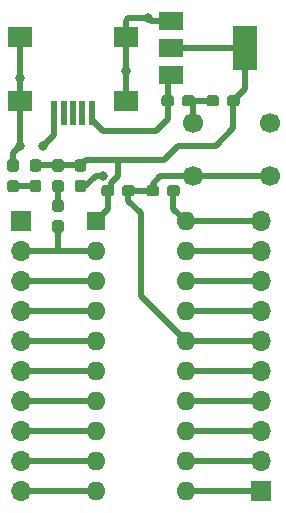
<source format=gbr>
G04 #@! TF.GenerationSoftware,KiCad,Pcbnew,(5.0.0)*
G04 #@! TF.CreationDate,2019-03-11T23:44:19-04:00*
G04 #@! TF.ProjectId,1-Hour-Board,312D486F75722D426F6172642E6B6963,rev?*
G04 #@! TF.SameCoordinates,Original*
G04 #@! TF.FileFunction,Copper,L1,Top,Signal*
G04 #@! TF.FilePolarity,Positive*
%FSLAX46Y46*%
G04 Gerber Fmt 4.6, Leading zero omitted, Abs format (unit mm)*
G04 Created by KiCad (PCBNEW (5.0.0)) date 03/11/19 23:44:19*
%MOMM*%
%LPD*%
G01*
G04 APERTURE LIST*
G04 #@! TA.AperFunction,ComponentPad*
%ADD10C,1.700000*%
G04 #@! TD*
G04 #@! TA.AperFunction,Conductor*
%ADD11C,0.100000*%
G04 #@! TD*
G04 #@! TA.AperFunction,SMDPad,CuDef*
%ADD12C,0.950000*%
G04 #@! TD*
G04 #@! TA.AperFunction,ComponentPad*
%ADD13R,1.700000X1.700000*%
G04 #@! TD*
G04 #@! TA.AperFunction,ComponentPad*
%ADD14O,1.700000X1.700000*%
G04 #@! TD*
G04 #@! TA.AperFunction,SMDPad,CuDef*
%ADD15R,0.500000X2.000000*%
G04 #@! TD*
G04 #@! TA.AperFunction,SMDPad,CuDef*
%ADD16R,2.000000X1.700000*%
G04 #@! TD*
G04 #@! TA.AperFunction,ComponentPad*
%ADD17R,1.600000X1.600000*%
G04 #@! TD*
G04 #@! TA.AperFunction,ComponentPad*
%ADD18O,1.600000X1.600000*%
G04 #@! TD*
G04 #@! TA.AperFunction,SMDPad,CuDef*
%ADD19R,2.000000X3.800000*%
G04 #@! TD*
G04 #@! TA.AperFunction,SMDPad,CuDef*
%ADD20R,2.000000X1.500000*%
G04 #@! TD*
G04 #@! TA.AperFunction,ViaPad*
%ADD21C,0.800000*%
G04 #@! TD*
G04 #@! TA.AperFunction,Conductor*
%ADD22C,0.508000*%
G04 #@! TD*
G04 APERTURE END LIST*
D10*
G04 #@! TO.P,SW1,1*
G04 #@! TO.N,GND*
X116205000Y-93345000D03*
X122705000Y-93345000D03*
G04 #@! TO.P,SW1,2*
G04 #@! TO.N,/~RST*
X116205000Y-97845000D03*
X122705000Y-97845000D03*
G04 #@! TD*
D11*
G04 #@! TO.N,+3V3*
G04 #@! TO.C,C1*
G36*
X106940779Y-96391144D02*
X106963834Y-96394563D01*
X106986443Y-96400227D01*
X107008387Y-96408079D01*
X107029457Y-96418044D01*
X107049448Y-96430026D01*
X107068168Y-96443910D01*
X107085438Y-96459562D01*
X107101090Y-96476832D01*
X107114974Y-96495552D01*
X107126956Y-96515543D01*
X107136921Y-96536613D01*
X107144773Y-96558557D01*
X107150437Y-96581166D01*
X107153856Y-96604221D01*
X107155000Y-96627500D01*
X107155000Y-97202500D01*
X107153856Y-97225779D01*
X107150437Y-97248834D01*
X107144773Y-97271443D01*
X107136921Y-97293387D01*
X107126956Y-97314457D01*
X107114974Y-97334448D01*
X107101090Y-97353168D01*
X107085438Y-97370438D01*
X107068168Y-97386090D01*
X107049448Y-97399974D01*
X107029457Y-97411956D01*
X107008387Y-97421921D01*
X106986443Y-97429773D01*
X106963834Y-97435437D01*
X106940779Y-97438856D01*
X106917500Y-97440000D01*
X106442500Y-97440000D01*
X106419221Y-97438856D01*
X106396166Y-97435437D01*
X106373557Y-97429773D01*
X106351613Y-97421921D01*
X106330543Y-97411956D01*
X106310552Y-97399974D01*
X106291832Y-97386090D01*
X106274562Y-97370438D01*
X106258910Y-97353168D01*
X106245026Y-97334448D01*
X106233044Y-97314457D01*
X106223079Y-97293387D01*
X106215227Y-97271443D01*
X106209563Y-97248834D01*
X106206144Y-97225779D01*
X106205000Y-97202500D01*
X106205000Y-96627500D01*
X106206144Y-96604221D01*
X106209563Y-96581166D01*
X106215227Y-96558557D01*
X106223079Y-96536613D01*
X106233044Y-96515543D01*
X106245026Y-96495552D01*
X106258910Y-96476832D01*
X106274562Y-96459562D01*
X106291832Y-96443910D01*
X106310552Y-96430026D01*
X106330543Y-96418044D01*
X106351613Y-96408079D01*
X106373557Y-96400227D01*
X106396166Y-96394563D01*
X106419221Y-96391144D01*
X106442500Y-96390000D01*
X106917500Y-96390000D01*
X106940779Y-96391144D01*
X106940779Y-96391144D01*
G37*
D12*
G04 #@! TD*
G04 #@! TO.P,C1,1*
G04 #@! TO.N,+3V3*
X106680000Y-96915000D03*
D11*
G04 #@! TO.N,GND*
G04 #@! TO.C,C1*
G36*
X106940779Y-98141144D02*
X106963834Y-98144563D01*
X106986443Y-98150227D01*
X107008387Y-98158079D01*
X107029457Y-98168044D01*
X107049448Y-98180026D01*
X107068168Y-98193910D01*
X107085438Y-98209562D01*
X107101090Y-98226832D01*
X107114974Y-98245552D01*
X107126956Y-98265543D01*
X107136921Y-98286613D01*
X107144773Y-98308557D01*
X107150437Y-98331166D01*
X107153856Y-98354221D01*
X107155000Y-98377500D01*
X107155000Y-98952500D01*
X107153856Y-98975779D01*
X107150437Y-98998834D01*
X107144773Y-99021443D01*
X107136921Y-99043387D01*
X107126956Y-99064457D01*
X107114974Y-99084448D01*
X107101090Y-99103168D01*
X107085438Y-99120438D01*
X107068168Y-99136090D01*
X107049448Y-99149974D01*
X107029457Y-99161956D01*
X107008387Y-99171921D01*
X106986443Y-99179773D01*
X106963834Y-99185437D01*
X106940779Y-99188856D01*
X106917500Y-99190000D01*
X106442500Y-99190000D01*
X106419221Y-99188856D01*
X106396166Y-99185437D01*
X106373557Y-99179773D01*
X106351613Y-99171921D01*
X106330543Y-99161956D01*
X106310552Y-99149974D01*
X106291832Y-99136090D01*
X106274562Y-99120438D01*
X106258910Y-99103168D01*
X106245026Y-99084448D01*
X106233044Y-99064457D01*
X106223079Y-99043387D01*
X106215227Y-99021443D01*
X106209563Y-98998834D01*
X106206144Y-98975779D01*
X106205000Y-98952500D01*
X106205000Y-98377500D01*
X106206144Y-98354221D01*
X106209563Y-98331166D01*
X106215227Y-98308557D01*
X106223079Y-98286613D01*
X106233044Y-98265543D01*
X106245026Y-98245552D01*
X106258910Y-98226832D01*
X106274562Y-98209562D01*
X106291832Y-98193910D01*
X106310552Y-98180026D01*
X106330543Y-98168044D01*
X106351613Y-98158079D01*
X106373557Y-98150227D01*
X106396166Y-98144563D01*
X106419221Y-98141144D01*
X106442500Y-98140000D01*
X106917500Y-98140000D01*
X106940779Y-98141144D01*
X106940779Y-98141144D01*
G37*
D12*
G04 #@! TD*
G04 #@! TO.P,C1,2*
G04 #@! TO.N,GND*
X106680000Y-98665000D03*
D11*
G04 #@! TO.N,GND*
G04 #@! TO.C,C2*
G36*
X116120779Y-90966144D02*
X116143834Y-90969563D01*
X116166443Y-90975227D01*
X116188387Y-90983079D01*
X116209457Y-90993044D01*
X116229448Y-91005026D01*
X116248168Y-91018910D01*
X116265438Y-91034562D01*
X116281090Y-91051832D01*
X116294974Y-91070552D01*
X116306956Y-91090543D01*
X116316921Y-91111613D01*
X116324773Y-91133557D01*
X116330437Y-91156166D01*
X116333856Y-91179221D01*
X116335000Y-91202500D01*
X116335000Y-91677500D01*
X116333856Y-91700779D01*
X116330437Y-91723834D01*
X116324773Y-91746443D01*
X116316921Y-91768387D01*
X116306956Y-91789457D01*
X116294974Y-91809448D01*
X116281090Y-91828168D01*
X116265438Y-91845438D01*
X116248168Y-91861090D01*
X116229448Y-91874974D01*
X116209457Y-91886956D01*
X116188387Y-91896921D01*
X116166443Y-91904773D01*
X116143834Y-91910437D01*
X116120779Y-91913856D01*
X116097500Y-91915000D01*
X115522500Y-91915000D01*
X115499221Y-91913856D01*
X115476166Y-91910437D01*
X115453557Y-91904773D01*
X115431613Y-91896921D01*
X115410543Y-91886956D01*
X115390552Y-91874974D01*
X115371832Y-91861090D01*
X115354562Y-91845438D01*
X115338910Y-91828168D01*
X115325026Y-91809448D01*
X115313044Y-91789457D01*
X115303079Y-91768387D01*
X115295227Y-91746443D01*
X115289563Y-91723834D01*
X115286144Y-91700779D01*
X115285000Y-91677500D01*
X115285000Y-91202500D01*
X115286144Y-91179221D01*
X115289563Y-91156166D01*
X115295227Y-91133557D01*
X115303079Y-91111613D01*
X115313044Y-91090543D01*
X115325026Y-91070552D01*
X115338910Y-91051832D01*
X115354562Y-91034562D01*
X115371832Y-91018910D01*
X115390552Y-91005026D01*
X115410543Y-90993044D01*
X115431613Y-90983079D01*
X115453557Y-90975227D01*
X115476166Y-90969563D01*
X115499221Y-90966144D01*
X115522500Y-90965000D01*
X116097500Y-90965000D01*
X116120779Y-90966144D01*
X116120779Y-90966144D01*
G37*
D12*
G04 #@! TD*
G04 #@! TO.P,C2,2*
G04 #@! TO.N,GND*
X115810000Y-91440000D03*
D11*
G04 #@! TO.N,+5V*
G04 #@! TO.C,C2*
G36*
X114370779Y-90966144D02*
X114393834Y-90969563D01*
X114416443Y-90975227D01*
X114438387Y-90983079D01*
X114459457Y-90993044D01*
X114479448Y-91005026D01*
X114498168Y-91018910D01*
X114515438Y-91034562D01*
X114531090Y-91051832D01*
X114544974Y-91070552D01*
X114556956Y-91090543D01*
X114566921Y-91111613D01*
X114574773Y-91133557D01*
X114580437Y-91156166D01*
X114583856Y-91179221D01*
X114585000Y-91202500D01*
X114585000Y-91677500D01*
X114583856Y-91700779D01*
X114580437Y-91723834D01*
X114574773Y-91746443D01*
X114566921Y-91768387D01*
X114556956Y-91789457D01*
X114544974Y-91809448D01*
X114531090Y-91828168D01*
X114515438Y-91845438D01*
X114498168Y-91861090D01*
X114479448Y-91874974D01*
X114459457Y-91886956D01*
X114438387Y-91896921D01*
X114416443Y-91904773D01*
X114393834Y-91910437D01*
X114370779Y-91913856D01*
X114347500Y-91915000D01*
X113772500Y-91915000D01*
X113749221Y-91913856D01*
X113726166Y-91910437D01*
X113703557Y-91904773D01*
X113681613Y-91896921D01*
X113660543Y-91886956D01*
X113640552Y-91874974D01*
X113621832Y-91861090D01*
X113604562Y-91845438D01*
X113588910Y-91828168D01*
X113575026Y-91809448D01*
X113563044Y-91789457D01*
X113553079Y-91768387D01*
X113545227Y-91746443D01*
X113539563Y-91723834D01*
X113536144Y-91700779D01*
X113535000Y-91677500D01*
X113535000Y-91202500D01*
X113536144Y-91179221D01*
X113539563Y-91156166D01*
X113545227Y-91133557D01*
X113553079Y-91111613D01*
X113563044Y-91090543D01*
X113575026Y-91070552D01*
X113588910Y-91051832D01*
X113604562Y-91034562D01*
X113621832Y-91018910D01*
X113640552Y-91005026D01*
X113660543Y-90993044D01*
X113681613Y-90983079D01*
X113703557Y-90975227D01*
X113726166Y-90969563D01*
X113749221Y-90966144D01*
X113772500Y-90965000D01*
X114347500Y-90965000D01*
X114370779Y-90966144D01*
X114370779Y-90966144D01*
G37*
D12*
G04 #@! TD*
G04 #@! TO.P,C2,1*
G04 #@! TO.N,+5V*
X114060000Y-91440000D03*
D11*
G04 #@! TO.N,+3V3*
G04 #@! TO.C,C3*
G36*
X119930779Y-90966144D02*
X119953834Y-90969563D01*
X119976443Y-90975227D01*
X119998387Y-90983079D01*
X120019457Y-90993044D01*
X120039448Y-91005026D01*
X120058168Y-91018910D01*
X120075438Y-91034562D01*
X120091090Y-91051832D01*
X120104974Y-91070552D01*
X120116956Y-91090543D01*
X120126921Y-91111613D01*
X120134773Y-91133557D01*
X120140437Y-91156166D01*
X120143856Y-91179221D01*
X120145000Y-91202500D01*
X120145000Y-91677500D01*
X120143856Y-91700779D01*
X120140437Y-91723834D01*
X120134773Y-91746443D01*
X120126921Y-91768387D01*
X120116956Y-91789457D01*
X120104974Y-91809448D01*
X120091090Y-91828168D01*
X120075438Y-91845438D01*
X120058168Y-91861090D01*
X120039448Y-91874974D01*
X120019457Y-91886956D01*
X119998387Y-91896921D01*
X119976443Y-91904773D01*
X119953834Y-91910437D01*
X119930779Y-91913856D01*
X119907500Y-91915000D01*
X119332500Y-91915000D01*
X119309221Y-91913856D01*
X119286166Y-91910437D01*
X119263557Y-91904773D01*
X119241613Y-91896921D01*
X119220543Y-91886956D01*
X119200552Y-91874974D01*
X119181832Y-91861090D01*
X119164562Y-91845438D01*
X119148910Y-91828168D01*
X119135026Y-91809448D01*
X119123044Y-91789457D01*
X119113079Y-91768387D01*
X119105227Y-91746443D01*
X119099563Y-91723834D01*
X119096144Y-91700779D01*
X119095000Y-91677500D01*
X119095000Y-91202500D01*
X119096144Y-91179221D01*
X119099563Y-91156166D01*
X119105227Y-91133557D01*
X119113079Y-91111613D01*
X119123044Y-91090543D01*
X119135026Y-91070552D01*
X119148910Y-91051832D01*
X119164562Y-91034562D01*
X119181832Y-91018910D01*
X119200552Y-91005026D01*
X119220543Y-90993044D01*
X119241613Y-90983079D01*
X119263557Y-90975227D01*
X119286166Y-90969563D01*
X119309221Y-90966144D01*
X119332500Y-90965000D01*
X119907500Y-90965000D01*
X119930779Y-90966144D01*
X119930779Y-90966144D01*
G37*
D12*
G04 #@! TD*
G04 #@! TO.P,C3,1*
G04 #@! TO.N,+3V3*
X119620000Y-91440000D03*
D11*
G04 #@! TO.N,GND*
G04 #@! TO.C,C3*
G36*
X118180779Y-90966144D02*
X118203834Y-90969563D01*
X118226443Y-90975227D01*
X118248387Y-90983079D01*
X118269457Y-90993044D01*
X118289448Y-91005026D01*
X118308168Y-91018910D01*
X118325438Y-91034562D01*
X118341090Y-91051832D01*
X118354974Y-91070552D01*
X118366956Y-91090543D01*
X118376921Y-91111613D01*
X118384773Y-91133557D01*
X118390437Y-91156166D01*
X118393856Y-91179221D01*
X118395000Y-91202500D01*
X118395000Y-91677500D01*
X118393856Y-91700779D01*
X118390437Y-91723834D01*
X118384773Y-91746443D01*
X118376921Y-91768387D01*
X118366956Y-91789457D01*
X118354974Y-91809448D01*
X118341090Y-91828168D01*
X118325438Y-91845438D01*
X118308168Y-91861090D01*
X118289448Y-91874974D01*
X118269457Y-91886956D01*
X118248387Y-91896921D01*
X118226443Y-91904773D01*
X118203834Y-91910437D01*
X118180779Y-91913856D01*
X118157500Y-91915000D01*
X117582500Y-91915000D01*
X117559221Y-91913856D01*
X117536166Y-91910437D01*
X117513557Y-91904773D01*
X117491613Y-91896921D01*
X117470543Y-91886956D01*
X117450552Y-91874974D01*
X117431832Y-91861090D01*
X117414562Y-91845438D01*
X117398910Y-91828168D01*
X117385026Y-91809448D01*
X117373044Y-91789457D01*
X117363079Y-91768387D01*
X117355227Y-91746443D01*
X117349563Y-91723834D01*
X117346144Y-91700779D01*
X117345000Y-91677500D01*
X117345000Y-91202500D01*
X117346144Y-91179221D01*
X117349563Y-91156166D01*
X117355227Y-91133557D01*
X117363079Y-91111613D01*
X117373044Y-91090543D01*
X117385026Y-91070552D01*
X117398910Y-91051832D01*
X117414562Y-91034562D01*
X117431832Y-91018910D01*
X117450552Y-91005026D01*
X117470543Y-90993044D01*
X117491613Y-90983079D01*
X117513557Y-90975227D01*
X117536166Y-90969563D01*
X117559221Y-90966144D01*
X117582500Y-90965000D01*
X118157500Y-90965000D01*
X118180779Y-90966144D01*
X118180779Y-90966144D01*
G37*
D12*
G04 #@! TD*
G04 #@! TO.P,C3,2*
G04 #@! TO.N,GND*
X117870000Y-91440000D03*
D11*
G04 #@! TO.N,Net-(D1-Pad1)*
G04 #@! TO.C,D1*
G36*
X105035779Y-98141144D02*
X105058834Y-98144563D01*
X105081443Y-98150227D01*
X105103387Y-98158079D01*
X105124457Y-98168044D01*
X105144448Y-98180026D01*
X105163168Y-98193910D01*
X105180438Y-98209562D01*
X105196090Y-98226832D01*
X105209974Y-98245552D01*
X105221956Y-98265543D01*
X105231921Y-98286613D01*
X105239773Y-98308557D01*
X105245437Y-98331166D01*
X105248856Y-98354221D01*
X105250000Y-98377500D01*
X105250000Y-98952500D01*
X105248856Y-98975779D01*
X105245437Y-98998834D01*
X105239773Y-99021443D01*
X105231921Y-99043387D01*
X105221956Y-99064457D01*
X105209974Y-99084448D01*
X105196090Y-99103168D01*
X105180438Y-99120438D01*
X105163168Y-99136090D01*
X105144448Y-99149974D01*
X105124457Y-99161956D01*
X105103387Y-99171921D01*
X105081443Y-99179773D01*
X105058834Y-99185437D01*
X105035779Y-99188856D01*
X105012500Y-99190000D01*
X104537500Y-99190000D01*
X104514221Y-99188856D01*
X104491166Y-99185437D01*
X104468557Y-99179773D01*
X104446613Y-99171921D01*
X104425543Y-99161956D01*
X104405552Y-99149974D01*
X104386832Y-99136090D01*
X104369562Y-99120438D01*
X104353910Y-99103168D01*
X104340026Y-99084448D01*
X104328044Y-99064457D01*
X104318079Y-99043387D01*
X104310227Y-99021443D01*
X104304563Y-98998834D01*
X104301144Y-98975779D01*
X104300000Y-98952500D01*
X104300000Y-98377500D01*
X104301144Y-98354221D01*
X104304563Y-98331166D01*
X104310227Y-98308557D01*
X104318079Y-98286613D01*
X104328044Y-98265543D01*
X104340026Y-98245552D01*
X104353910Y-98226832D01*
X104369562Y-98209562D01*
X104386832Y-98193910D01*
X104405552Y-98180026D01*
X104425543Y-98168044D01*
X104446613Y-98158079D01*
X104468557Y-98150227D01*
X104491166Y-98144563D01*
X104514221Y-98141144D01*
X104537500Y-98140000D01*
X105012500Y-98140000D01*
X105035779Y-98141144D01*
X105035779Y-98141144D01*
G37*
D12*
G04 #@! TD*
G04 #@! TO.P,D1,1*
G04 #@! TO.N,Net-(D1-Pad1)*
X104775000Y-98665000D03*
D11*
G04 #@! TO.N,+3V3*
G04 #@! TO.C,D1*
G36*
X105035779Y-96391144D02*
X105058834Y-96394563D01*
X105081443Y-96400227D01*
X105103387Y-96408079D01*
X105124457Y-96418044D01*
X105144448Y-96430026D01*
X105163168Y-96443910D01*
X105180438Y-96459562D01*
X105196090Y-96476832D01*
X105209974Y-96495552D01*
X105221956Y-96515543D01*
X105231921Y-96536613D01*
X105239773Y-96558557D01*
X105245437Y-96581166D01*
X105248856Y-96604221D01*
X105250000Y-96627500D01*
X105250000Y-97202500D01*
X105248856Y-97225779D01*
X105245437Y-97248834D01*
X105239773Y-97271443D01*
X105231921Y-97293387D01*
X105221956Y-97314457D01*
X105209974Y-97334448D01*
X105196090Y-97353168D01*
X105180438Y-97370438D01*
X105163168Y-97386090D01*
X105144448Y-97399974D01*
X105124457Y-97411956D01*
X105103387Y-97421921D01*
X105081443Y-97429773D01*
X105058834Y-97435437D01*
X105035779Y-97438856D01*
X105012500Y-97440000D01*
X104537500Y-97440000D01*
X104514221Y-97438856D01*
X104491166Y-97435437D01*
X104468557Y-97429773D01*
X104446613Y-97421921D01*
X104425543Y-97411956D01*
X104405552Y-97399974D01*
X104386832Y-97386090D01*
X104369562Y-97370438D01*
X104353910Y-97353168D01*
X104340026Y-97334448D01*
X104328044Y-97314457D01*
X104318079Y-97293387D01*
X104310227Y-97271443D01*
X104304563Y-97248834D01*
X104301144Y-97225779D01*
X104300000Y-97202500D01*
X104300000Y-96627500D01*
X104301144Y-96604221D01*
X104304563Y-96581166D01*
X104310227Y-96558557D01*
X104318079Y-96536613D01*
X104328044Y-96515543D01*
X104340026Y-96495552D01*
X104353910Y-96476832D01*
X104369562Y-96459562D01*
X104386832Y-96443910D01*
X104405552Y-96430026D01*
X104425543Y-96418044D01*
X104446613Y-96408079D01*
X104468557Y-96400227D01*
X104491166Y-96394563D01*
X104514221Y-96391144D01*
X104537500Y-96390000D01*
X105012500Y-96390000D01*
X105035779Y-96391144D01*
X105035779Y-96391144D01*
G37*
D12*
G04 #@! TD*
G04 #@! TO.P,D1,2*
G04 #@! TO.N,+3V3*
X104775000Y-96915000D03*
D11*
G04 #@! TO.N,+3V3*
G04 #@! TO.C,D2*
G36*
X103130779Y-96391144D02*
X103153834Y-96394563D01*
X103176443Y-96400227D01*
X103198387Y-96408079D01*
X103219457Y-96418044D01*
X103239448Y-96430026D01*
X103258168Y-96443910D01*
X103275438Y-96459562D01*
X103291090Y-96476832D01*
X103304974Y-96495552D01*
X103316956Y-96515543D01*
X103326921Y-96536613D01*
X103334773Y-96558557D01*
X103340437Y-96581166D01*
X103343856Y-96604221D01*
X103345000Y-96627500D01*
X103345000Y-97202500D01*
X103343856Y-97225779D01*
X103340437Y-97248834D01*
X103334773Y-97271443D01*
X103326921Y-97293387D01*
X103316956Y-97314457D01*
X103304974Y-97334448D01*
X103291090Y-97353168D01*
X103275438Y-97370438D01*
X103258168Y-97386090D01*
X103239448Y-97399974D01*
X103219457Y-97411956D01*
X103198387Y-97421921D01*
X103176443Y-97429773D01*
X103153834Y-97435437D01*
X103130779Y-97438856D01*
X103107500Y-97440000D01*
X102632500Y-97440000D01*
X102609221Y-97438856D01*
X102586166Y-97435437D01*
X102563557Y-97429773D01*
X102541613Y-97421921D01*
X102520543Y-97411956D01*
X102500552Y-97399974D01*
X102481832Y-97386090D01*
X102464562Y-97370438D01*
X102448910Y-97353168D01*
X102435026Y-97334448D01*
X102423044Y-97314457D01*
X102413079Y-97293387D01*
X102405227Y-97271443D01*
X102399563Y-97248834D01*
X102396144Y-97225779D01*
X102395000Y-97202500D01*
X102395000Y-96627500D01*
X102396144Y-96604221D01*
X102399563Y-96581166D01*
X102405227Y-96558557D01*
X102413079Y-96536613D01*
X102423044Y-96515543D01*
X102435026Y-96495552D01*
X102448910Y-96476832D01*
X102464562Y-96459562D01*
X102481832Y-96443910D01*
X102500552Y-96430026D01*
X102520543Y-96418044D01*
X102541613Y-96408079D01*
X102563557Y-96400227D01*
X102586166Y-96394563D01*
X102609221Y-96391144D01*
X102632500Y-96390000D01*
X103107500Y-96390000D01*
X103130779Y-96391144D01*
X103130779Y-96391144D01*
G37*
D12*
G04 #@! TD*
G04 #@! TO.P,D2,2*
G04 #@! TO.N,+3V3*
X102870000Y-96915000D03*
D11*
G04 #@! TO.N,Net-(D2-Pad1)*
G04 #@! TO.C,D2*
G36*
X103130779Y-98141144D02*
X103153834Y-98144563D01*
X103176443Y-98150227D01*
X103198387Y-98158079D01*
X103219457Y-98168044D01*
X103239448Y-98180026D01*
X103258168Y-98193910D01*
X103275438Y-98209562D01*
X103291090Y-98226832D01*
X103304974Y-98245552D01*
X103316956Y-98265543D01*
X103326921Y-98286613D01*
X103334773Y-98308557D01*
X103340437Y-98331166D01*
X103343856Y-98354221D01*
X103345000Y-98377500D01*
X103345000Y-98952500D01*
X103343856Y-98975779D01*
X103340437Y-98998834D01*
X103334773Y-99021443D01*
X103326921Y-99043387D01*
X103316956Y-99064457D01*
X103304974Y-99084448D01*
X103291090Y-99103168D01*
X103275438Y-99120438D01*
X103258168Y-99136090D01*
X103239448Y-99149974D01*
X103219457Y-99161956D01*
X103198387Y-99171921D01*
X103176443Y-99179773D01*
X103153834Y-99185437D01*
X103130779Y-99188856D01*
X103107500Y-99190000D01*
X102632500Y-99190000D01*
X102609221Y-99188856D01*
X102586166Y-99185437D01*
X102563557Y-99179773D01*
X102541613Y-99171921D01*
X102520543Y-99161956D01*
X102500552Y-99149974D01*
X102481832Y-99136090D01*
X102464562Y-99120438D01*
X102448910Y-99103168D01*
X102435026Y-99084448D01*
X102423044Y-99064457D01*
X102413079Y-99043387D01*
X102405227Y-99021443D01*
X102399563Y-98998834D01*
X102396144Y-98975779D01*
X102395000Y-98952500D01*
X102395000Y-98377500D01*
X102396144Y-98354221D01*
X102399563Y-98331166D01*
X102405227Y-98308557D01*
X102413079Y-98286613D01*
X102423044Y-98265543D01*
X102435026Y-98245552D01*
X102448910Y-98226832D01*
X102464562Y-98209562D01*
X102481832Y-98193910D01*
X102500552Y-98180026D01*
X102520543Y-98168044D01*
X102541613Y-98158079D01*
X102563557Y-98150227D01*
X102586166Y-98144563D01*
X102609221Y-98141144D01*
X102632500Y-98140000D01*
X103107500Y-98140000D01*
X103130779Y-98141144D01*
X103130779Y-98141144D01*
G37*
D12*
G04 #@! TD*
G04 #@! TO.P,D2,1*
G04 #@! TO.N,Net-(D2-Pad1)*
X102870000Y-98665000D03*
D13*
G04 #@! TO.P,J1,1*
G04 #@! TO.N,+3V3*
X101600000Y-101600000D03*
D14*
G04 #@! TO.P,J1,2*
G04 #@! TO.N,/P2*
X101600000Y-104140000D03*
G04 #@! TO.P,J1,3*
G04 #@! TO.N,/P3*
X101600000Y-106680000D03*
G04 #@! TO.P,J1,4*
G04 #@! TO.N,/P4*
X101600000Y-109220000D03*
G04 #@! TO.P,J1,5*
G04 #@! TO.N,/P5*
X101600000Y-111760000D03*
G04 #@! TO.P,J1,6*
G04 #@! TO.N,/P6*
X101600000Y-114300000D03*
G04 #@! TO.P,J1,7*
G04 #@! TO.N,/P7*
X101600000Y-116840000D03*
G04 #@! TO.P,J1,8*
G04 #@! TO.N,/P8*
X101600000Y-119380000D03*
G04 #@! TO.P,J1,9*
G04 #@! TO.N,/P9*
X101600000Y-121920000D03*
G04 #@! TO.P,J1,10*
G04 #@! TO.N,/P10*
X101600000Y-124460000D03*
G04 #@! TD*
G04 #@! TO.P,J2,10*
G04 #@! TO.N,GND*
X121920000Y-101600000D03*
G04 #@! TO.P,J2,9*
G04 #@! TO.N,/P19*
X121920000Y-104140000D03*
G04 #@! TO.P,J2,8*
G04 #@! TO.N,/P18*
X121920000Y-106680000D03*
G04 #@! TO.P,J2,7*
G04 #@! TO.N,/TEST*
X121920000Y-109220000D03*
G04 #@! TO.P,J2,6*
G04 #@! TO.N,/~RST*
X121920000Y-111760000D03*
G04 #@! TO.P,J2,5*
G04 #@! TO.N,/P15*
X121920000Y-114300000D03*
G04 #@! TO.P,J2,4*
G04 #@! TO.N,/P14*
X121920000Y-116840000D03*
G04 #@! TO.P,J2,3*
G04 #@! TO.N,/P13*
X121920000Y-119380000D03*
G04 #@! TO.P,J2,2*
G04 #@! TO.N,/P12*
X121920000Y-121920000D03*
D13*
G04 #@! TO.P,J2,1*
G04 #@! TO.N,/P11*
X121920000Y-124460000D03*
G04 #@! TD*
D15*
G04 #@! TO.P,J3,1*
G04 #@! TO.N,+5V*
X107645000Y-92456000D03*
G04 #@! TO.P,J3,2*
G04 #@! TO.N,Net-(J3-Pad2)*
X106845000Y-92456000D03*
G04 #@! TO.P,J3,3*
G04 #@! TO.N,Net-(J3-Pad3)*
X106045000Y-92456000D03*
G04 #@! TO.P,J3,4*
G04 #@! TO.N,Net-(J3-Pad4)*
X105245000Y-92456000D03*
G04 #@! TO.P,J3,5*
G04 #@! TO.N,GND*
X104445000Y-92456000D03*
D16*
G04 #@! TO.P,J3,6*
X110495000Y-91500000D03*
X110495000Y-86050000D03*
X101595000Y-91500000D03*
X101595000Y-86050000D03*
G04 #@! TD*
D11*
G04 #@! TO.N,Net-(D1-Pad1)*
G04 #@! TO.C,R1*
G36*
X105035779Y-99806144D02*
X105058834Y-99809563D01*
X105081443Y-99815227D01*
X105103387Y-99823079D01*
X105124457Y-99833044D01*
X105144448Y-99845026D01*
X105163168Y-99858910D01*
X105180438Y-99874562D01*
X105196090Y-99891832D01*
X105209974Y-99910552D01*
X105221956Y-99930543D01*
X105231921Y-99951613D01*
X105239773Y-99973557D01*
X105245437Y-99996166D01*
X105248856Y-100019221D01*
X105250000Y-100042500D01*
X105250000Y-100617500D01*
X105248856Y-100640779D01*
X105245437Y-100663834D01*
X105239773Y-100686443D01*
X105231921Y-100708387D01*
X105221956Y-100729457D01*
X105209974Y-100749448D01*
X105196090Y-100768168D01*
X105180438Y-100785438D01*
X105163168Y-100801090D01*
X105144448Y-100814974D01*
X105124457Y-100826956D01*
X105103387Y-100836921D01*
X105081443Y-100844773D01*
X105058834Y-100850437D01*
X105035779Y-100853856D01*
X105012500Y-100855000D01*
X104537500Y-100855000D01*
X104514221Y-100853856D01*
X104491166Y-100850437D01*
X104468557Y-100844773D01*
X104446613Y-100836921D01*
X104425543Y-100826956D01*
X104405552Y-100814974D01*
X104386832Y-100801090D01*
X104369562Y-100785438D01*
X104353910Y-100768168D01*
X104340026Y-100749448D01*
X104328044Y-100729457D01*
X104318079Y-100708387D01*
X104310227Y-100686443D01*
X104304563Y-100663834D01*
X104301144Y-100640779D01*
X104300000Y-100617500D01*
X104300000Y-100042500D01*
X104301144Y-100019221D01*
X104304563Y-99996166D01*
X104310227Y-99973557D01*
X104318079Y-99951613D01*
X104328044Y-99930543D01*
X104340026Y-99910552D01*
X104353910Y-99891832D01*
X104369562Y-99874562D01*
X104386832Y-99858910D01*
X104405552Y-99845026D01*
X104425543Y-99833044D01*
X104446613Y-99823079D01*
X104468557Y-99815227D01*
X104491166Y-99809563D01*
X104514221Y-99806144D01*
X104537500Y-99805000D01*
X105012500Y-99805000D01*
X105035779Y-99806144D01*
X105035779Y-99806144D01*
G37*
D12*
G04 #@! TD*
G04 #@! TO.P,R1,1*
G04 #@! TO.N,Net-(D1-Pad1)*
X104775000Y-100330000D03*
D11*
G04 #@! TO.N,/P2*
G04 #@! TO.C,R1*
G36*
X105035779Y-101556144D02*
X105058834Y-101559563D01*
X105081443Y-101565227D01*
X105103387Y-101573079D01*
X105124457Y-101583044D01*
X105144448Y-101595026D01*
X105163168Y-101608910D01*
X105180438Y-101624562D01*
X105196090Y-101641832D01*
X105209974Y-101660552D01*
X105221956Y-101680543D01*
X105231921Y-101701613D01*
X105239773Y-101723557D01*
X105245437Y-101746166D01*
X105248856Y-101769221D01*
X105250000Y-101792500D01*
X105250000Y-102367500D01*
X105248856Y-102390779D01*
X105245437Y-102413834D01*
X105239773Y-102436443D01*
X105231921Y-102458387D01*
X105221956Y-102479457D01*
X105209974Y-102499448D01*
X105196090Y-102518168D01*
X105180438Y-102535438D01*
X105163168Y-102551090D01*
X105144448Y-102564974D01*
X105124457Y-102576956D01*
X105103387Y-102586921D01*
X105081443Y-102594773D01*
X105058834Y-102600437D01*
X105035779Y-102603856D01*
X105012500Y-102605000D01*
X104537500Y-102605000D01*
X104514221Y-102603856D01*
X104491166Y-102600437D01*
X104468557Y-102594773D01*
X104446613Y-102586921D01*
X104425543Y-102576956D01*
X104405552Y-102564974D01*
X104386832Y-102551090D01*
X104369562Y-102535438D01*
X104353910Y-102518168D01*
X104340026Y-102499448D01*
X104328044Y-102479457D01*
X104318079Y-102458387D01*
X104310227Y-102436443D01*
X104304563Y-102413834D01*
X104301144Y-102390779D01*
X104300000Y-102367500D01*
X104300000Y-101792500D01*
X104301144Y-101769221D01*
X104304563Y-101746166D01*
X104310227Y-101723557D01*
X104318079Y-101701613D01*
X104328044Y-101680543D01*
X104340026Y-101660552D01*
X104353910Y-101641832D01*
X104369562Y-101624562D01*
X104386832Y-101608910D01*
X104405552Y-101595026D01*
X104425543Y-101583044D01*
X104446613Y-101573079D01*
X104468557Y-101565227D01*
X104491166Y-101559563D01*
X104514221Y-101556144D01*
X104537500Y-101555000D01*
X105012500Y-101555000D01*
X105035779Y-101556144D01*
X105035779Y-101556144D01*
G37*
D12*
G04 #@! TD*
G04 #@! TO.P,R1,2*
G04 #@! TO.N,/P2*
X104775000Y-102080000D03*
D11*
G04 #@! TO.N,Net-(D2-Pad1)*
G04 #@! TO.C,R2*
G36*
X101225779Y-98141144D02*
X101248834Y-98144563D01*
X101271443Y-98150227D01*
X101293387Y-98158079D01*
X101314457Y-98168044D01*
X101334448Y-98180026D01*
X101353168Y-98193910D01*
X101370438Y-98209562D01*
X101386090Y-98226832D01*
X101399974Y-98245552D01*
X101411956Y-98265543D01*
X101421921Y-98286613D01*
X101429773Y-98308557D01*
X101435437Y-98331166D01*
X101438856Y-98354221D01*
X101440000Y-98377500D01*
X101440000Y-98952500D01*
X101438856Y-98975779D01*
X101435437Y-98998834D01*
X101429773Y-99021443D01*
X101421921Y-99043387D01*
X101411956Y-99064457D01*
X101399974Y-99084448D01*
X101386090Y-99103168D01*
X101370438Y-99120438D01*
X101353168Y-99136090D01*
X101334448Y-99149974D01*
X101314457Y-99161956D01*
X101293387Y-99171921D01*
X101271443Y-99179773D01*
X101248834Y-99185437D01*
X101225779Y-99188856D01*
X101202500Y-99190000D01*
X100727500Y-99190000D01*
X100704221Y-99188856D01*
X100681166Y-99185437D01*
X100658557Y-99179773D01*
X100636613Y-99171921D01*
X100615543Y-99161956D01*
X100595552Y-99149974D01*
X100576832Y-99136090D01*
X100559562Y-99120438D01*
X100543910Y-99103168D01*
X100530026Y-99084448D01*
X100518044Y-99064457D01*
X100508079Y-99043387D01*
X100500227Y-99021443D01*
X100494563Y-98998834D01*
X100491144Y-98975779D01*
X100490000Y-98952500D01*
X100490000Y-98377500D01*
X100491144Y-98354221D01*
X100494563Y-98331166D01*
X100500227Y-98308557D01*
X100508079Y-98286613D01*
X100518044Y-98265543D01*
X100530026Y-98245552D01*
X100543910Y-98226832D01*
X100559562Y-98209562D01*
X100576832Y-98193910D01*
X100595552Y-98180026D01*
X100615543Y-98168044D01*
X100636613Y-98158079D01*
X100658557Y-98150227D01*
X100681166Y-98144563D01*
X100704221Y-98141144D01*
X100727500Y-98140000D01*
X101202500Y-98140000D01*
X101225779Y-98141144D01*
X101225779Y-98141144D01*
G37*
D12*
G04 #@! TD*
G04 #@! TO.P,R2,1*
G04 #@! TO.N,Net-(D2-Pad1)*
X100965000Y-98665000D03*
D11*
G04 #@! TO.N,GND*
G04 #@! TO.C,R2*
G36*
X101225779Y-96391144D02*
X101248834Y-96394563D01*
X101271443Y-96400227D01*
X101293387Y-96408079D01*
X101314457Y-96418044D01*
X101334448Y-96430026D01*
X101353168Y-96443910D01*
X101370438Y-96459562D01*
X101386090Y-96476832D01*
X101399974Y-96495552D01*
X101411956Y-96515543D01*
X101421921Y-96536613D01*
X101429773Y-96558557D01*
X101435437Y-96581166D01*
X101438856Y-96604221D01*
X101440000Y-96627500D01*
X101440000Y-97202500D01*
X101438856Y-97225779D01*
X101435437Y-97248834D01*
X101429773Y-97271443D01*
X101421921Y-97293387D01*
X101411956Y-97314457D01*
X101399974Y-97334448D01*
X101386090Y-97353168D01*
X101370438Y-97370438D01*
X101353168Y-97386090D01*
X101334448Y-97399974D01*
X101314457Y-97411956D01*
X101293387Y-97421921D01*
X101271443Y-97429773D01*
X101248834Y-97435437D01*
X101225779Y-97438856D01*
X101202500Y-97440000D01*
X100727500Y-97440000D01*
X100704221Y-97438856D01*
X100681166Y-97435437D01*
X100658557Y-97429773D01*
X100636613Y-97421921D01*
X100615543Y-97411956D01*
X100595552Y-97399974D01*
X100576832Y-97386090D01*
X100559562Y-97370438D01*
X100543910Y-97353168D01*
X100530026Y-97334448D01*
X100518044Y-97314457D01*
X100508079Y-97293387D01*
X100500227Y-97271443D01*
X100494563Y-97248834D01*
X100491144Y-97225779D01*
X100490000Y-97202500D01*
X100490000Y-96627500D01*
X100491144Y-96604221D01*
X100494563Y-96581166D01*
X100500227Y-96558557D01*
X100508079Y-96536613D01*
X100518044Y-96515543D01*
X100530026Y-96495552D01*
X100543910Y-96476832D01*
X100559562Y-96459562D01*
X100576832Y-96443910D01*
X100595552Y-96430026D01*
X100615543Y-96418044D01*
X100636613Y-96408079D01*
X100658557Y-96400227D01*
X100681166Y-96394563D01*
X100704221Y-96391144D01*
X100727500Y-96390000D01*
X101202500Y-96390000D01*
X101225779Y-96391144D01*
X101225779Y-96391144D01*
G37*
D12*
G04 #@! TD*
G04 #@! TO.P,R2,2*
G04 #@! TO.N,GND*
X100965000Y-96915000D03*
D11*
G04 #@! TO.N,/~RST*
G04 #@! TO.C,R3*
G36*
X111040779Y-98586144D02*
X111063834Y-98589563D01*
X111086443Y-98595227D01*
X111108387Y-98603079D01*
X111129457Y-98613044D01*
X111149448Y-98625026D01*
X111168168Y-98638910D01*
X111185438Y-98654562D01*
X111201090Y-98671832D01*
X111214974Y-98690552D01*
X111226956Y-98710543D01*
X111236921Y-98731613D01*
X111244773Y-98753557D01*
X111250437Y-98776166D01*
X111253856Y-98799221D01*
X111255000Y-98822500D01*
X111255000Y-99297500D01*
X111253856Y-99320779D01*
X111250437Y-99343834D01*
X111244773Y-99366443D01*
X111236921Y-99388387D01*
X111226956Y-99409457D01*
X111214974Y-99429448D01*
X111201090Y-99448168D01*
X111185438Y-99465438D01*
X111168168Y-99481090D01*
X111149448Y-99494974D01*
X111129457Y-99506956D01*
X111108387Y-99516921D01*
X111086443Y-99524773D01*
X111063834Y-99530437D01*
X111040779Y-99533856D01*
X111017500Y-99535000D01*
X110442500Y-99535000D01*
X110419221Y-99533856D01*
X110396166Y-99530437D01*
X110373557Y-99524773D01*
X110351613Y-99516921D01*
X110330543Y-99506956D01*
X110310552Y-99494974D01*
X110291832Y-99481090D01*
X110274562Y-99465438D01*
X110258910Y-99448168D01*
X110245026Y-99429448D01*
X110233044Y-99409457D01*
X110223079Y-99388387D01*
X110215227Y-99366443D01*
X110209563Y-99343834D01*
X110206144Y-99320779D01*
X110205000Y-99297500D01*
X110205000Y-98822500D01*
X110206144Y-98799221D01*
X110209563Y-98776166D01*
X110215227Y-98753557D01*
X110223079Y-98731613D01*
X110233044Y-98710543D01*
X110245026Y-98690552D01*
X110258910Y-98671832D01*
X110274562Y-98654562D01*
X110291832Y-98638910D01*
X110310552Y-98625026D01*
X110330543Y-98613044D01*
X110351613Y-98603079D01*
X110373557Y-98595227D01*
X110396166Y-98589563D01*
X110419221Y-98586144D01*
X110442500Y-98585000D01*
X111017500Y-98585000D01*
X111040779Y-98586144D01*
X111040779Y-98586144D01*
G37*
D12*
G04 #@! TD*
G04 #@! TO.P,R3,2*
G04 #@! TO.N,/~RST*
X110730000Y-99060000D03*
D11*
G04 #@! TO.N,+3V3*
G04 #@! TO.C,R3*
G36*
X109290779Y-98586144D02*
X109313834Y-98589563D01*
X109336443Y-98595227D01*
X109358387Y-98603079D01*
X109379457Y-98613044D01*
X109399448Y-98625026D01*
X109418168Y-98638910D01*
X109435438Y-98654562D01*
X109451090Y-98671832D01*
X109464974Y-98690552D01*
X109476956Y-98710543D01*
X109486921Y-98731613D01*
X109494773Y-98753557D01*
X109500437Y-98776166D01*
X109503856Y-98799221D01*
X109505000Y-98822500D01*
X109505000Y-99297500D01*
X109503856Y-99320779D01*
X109500437Y-99343834D01*
X109494773Y-99366443D01*
X109486921Y-99388387D01*
X109476956Y-99409457D01*
X109464974Y-99429448D01*
X109451090Y-99448168D01*
X109435438Y-99465438D01*
X109418168Y-99481090D01*
X109399448Y-99494974D01*
X109379457Y-99506956D01*
X109358387Y-99516921D01*
X109336443Y-99524773D01*
X109313834Y-99530437D01*
X109290779Y-99533856D01*
X109267500Y-99535000D01*
X108692500Y-99535000D01*
X108669221Y-99533856D01*
X108646166Y-99530437D01*
X108623557Y-99524773D01*
X108601613Y-99516921D01*
X108580543Y-99506956D01*
X108560552Y-99494974D01*
X108541832Y-99481090D01*
X108524562Y-99465438D01*
X108508910Y-99448168D01*
X108495026Y-99429448D01*
X108483044Y-99409457D01*
X108473079Y-99388387D01*
X108465227Y-99366443D01*
X108459563Y-99343834D01*
X108456144Y-99320779D01*
X108455000Y-99297500D01*
X108455000Y-98822500D01*
X108456144Y-98799221D01*
X108459563Y-98776166D01*
X108465227Y-98753557D01*
X108473079Y-98731613D01*
X108483044Y-98710543D01*
X108495026Y-98690552D01*
X108508910Y-98671832D01*
X108524562Y-98654562D01*
X108541832Y-98638910D01*
X108560552Y-98625026D01*
X108580543Y-98613044D01*
X108601613Y-98603079D01*
X108623557Y-98595227D01*
X108646166Y-98589563D01*
X108669221Y-98586144D01*
X108692500Y-98585000D01*
X109267500Y-98585000D01*
X109290779Y-98586144D01*
X109290779Y-98586144D01*
G37*
D12*
G04 #@! TD*
G04 #@! TO.P,R3,1*
G04 #@! TO.N,+3V3*
X108980000Y-99060000D03*
D17*
G04 #@! TO.P,U1,1*
G04 #@! TO.N,+3V3*
X107950000Y-101600000D03*
D18*
G04 #@! TO.P,U1,11*
G04 #@! TO.N,/P11*
X115570000Y-124460000D03*
G04 #@! TO.P,U1,2*
G04 #@! TO.N,/P2*
X107950000Y-104140000D03*
G04 #@! TO.P,U1,12*
G04 #@! TO.N,/P12*
X115570000Y-121920000D03*
G04 #@! TO.P,U1,3*
G04 #@! TO.N,/P3*
X107950000Y-106680000D03*
G04 #@! TO.P,U1,13*
G04 #@! TO.N,/P13*
X115570000Y-119380000D03*
G04 #@! TO.P,U1,4*
G04 #@! TO.N,/P4*
X107950000Y-109220000D03*
G04 #@! TO.P,U1,14*
G04 #@! TO.N,/P14*
X115570000Y-116840000D03*
G04 #@! TO.P,U1,5*
G04 #@! TO.N,/P5*
X107950000Y-111760000D03*
G04 #@! TO.P,U1,15*
G04 #@! TO.N,/P15*
X115570000Y-114300000D03*
G04 #@! TO.P,U1,6*
G04 #@! TO.N,/P6*
X107950000Y-114300000D03*
G04 #@! TO.P,U1,16*
G04 #@! TO.N,/~RST*
X115570000Y-111760000D03*
G04 #@! TO.P,U1,7*
G04 #@! TO.N,/P7*
X107950000Y-116840000D03*
G04 #@! TO.P,U1,17*
G04 #@! TO.N,/TEST*
X115570000Y-109220000D03*
G04 #@! TO.P,U1,8*
G04 #@! TO.N,/P8*
X107950000Y-119380000D03*
G04 #@! TO.P,U1,18*
G04 #@! TO.N,/P18*
X115570000Y-106680000D03*
G04 #@! TO.P,U1,9*
G04 #@! TO.N,/P9*
X107950000Y-121920000D03*
G04 #@! TO.P,U1,19*
G04 #@! TO.N,/P19*
X115570000Y-104140000D03*
G04 #@! TO.P,U1,10*
G04 #@! TO.N,/P10*
X107950000Y-124460000D03*
G04 #@! TO.P,U1,20*
G04 #@! TO.N,GND*
X115570000Y-101600000D03*
G04 #@! TD*
D19*
G04 #@! TO.P,U2,2*
G04 #@! TO.N,+3V3*
X120625000Y-86995000D03*
D20*
X114325000Y-86995000D03*
G04 #@! TO.P,U2,3*
G04 #@! TO.N,+5V*
X114325000Y-89295000D03*
G04 #@! TO.P,U2,1*
G04 #@! TO.N,GND*
X114325000Y-84695000D03*
G04 #@! TD*
D11*
G04 #@! TO.N,/~RST*
G04 #@! TO.C,C4*
G36*
X113100779Y-98586144D02*
X113123834Y-98589563D01*
X113146443Y-98595227D01*
X113168387Y-98603079D01*
X113189457Y-98613044D01*
X113209448Y-98625026D01*
X113228168Y-98638910D01*
X113245438Y-98654562D01*
X113261090Y-98671832D01*
X113274974Y-98690552D01*
X113286956Y-98710543D01*
X113296921Y-98731613D01*
X113304773Y-98753557D01*
X113310437Y-98776166D01*
X113313856Y-98799221D01*
X113315000Y-98822500D01*
X113315000Y-99297500D01*
X113313856Y-99320779D01*
X113310437Y-99343834D01*
X113304773Y-99366443D01*
X113296921Y-99388387D01*
X113286956Y-99409457D01*
X113274974Y-99429448D01*
X113261090Y-99448168D01*
X113245438Y-99465438D01*
X113228168Y-99481090D01*
X113209448Y-99494974D01*
X113189457Y-99506956D01*
X113168387Y-99516921D01*
X113146443Y-99524773D01*
X113123834Y-99530437D01*
X113100779Y-99533856D01*
X113077500Y-99535000D01*
X112502500Y-99535000D01*
X112479221Y-99533856D01*
X112456166Y-99530437D01*
X112433557Y-99524773D01*
X112411613Y-99516921D01*
X112390543Y-99506956D01*
X112370552Y-99494974D01*
X112351832Y-99481090D01*
X112334562Y-99465438D01*
X112318910Y-99448168D01*
X112305026Y-99429448D01*
X112293044Y-99409457D01*
X112283079Y-99388387D01*
X112275227Y-99366443D01*
X112269563Y-99343834D01*
X112266144Y-99320779D01*
X112265000Y-99297500D01*
X112265000Y-98822500D01*
X112266144Y-98799221D01*
X112269563Y-98776166D01*
X112275227Y-98753557D01*
X112283079Y-98731613D01*
X112293044Y-98710543D01*
X112305026Y-98690552D01*
X112318910Y-98671832D01*
X112334562Y-98654562D01*
X112351832Y-98638910D01*
X112370552Y-98625026D01*
X112390543Y-98613044D01*
X112411613Y-98603079D01*
X112433557Y-98595227D01*
X112456166Y-98589563D01*
X112479221Y-98586144D01*
X112502500Y-98585000D01*
X113077500Y-98585000D01*
X113100779Y-98586144D01*
X113100779Y-98586144D01*
G37*
D12*
G04 #@! TD*
G04 #@! TO.P,C4,1*
G04 #@! TO.N,/~RST*
X112790000Y-99060000D03*
D11*
G04 #@! TO.N,GND*
G04 #@! TO.C,C4*
G36*
X114850779Y-98586144D02*
X114873834Y-98589563D01*
X114896443Y-98595227D01*
X114918387Y-98603079D01*
X114939457Y-98613044D01*
X114959448Y-98625026D01*
X114978168Y-98638910D01*
X114995438Y-98654562D01*
X115011090Y-98671832D01*
X115024974Y-98690552D01*
X115036956Y-98710543D01*
X115046921Y-98731613D01*
X115054773Y-98753557D01*
X115060437Y-98776166D01*
X115063856Y-98799221D01*
X115065000Y-98822500D01*
X115065000Y-99297500D01*
X115063856Y-99320779D01*
X115060437Y-99343834D01*
X115054773Y-99366443D01*
X115046921Y-99388387D01*
X115036956Y-99409457D01*
X115024974Y-99429448D01*
X115011090Y-99448168D01*
X114995438Y-99465438D01*
X114978168Y-99481090D01*
X114959448Y-99494974D01*
X114939457Y-99506956D01*
X114918387Y-99516921D01*
X114896443Y-99524773D01*
X114873834Y-99530437D01*
X114850779Y-99533856D01*
X114827500Y-99535000D01*
X114252500Y-99535000D01*
X114229221Y-99533856D01*
X114206166Y-99530437D01*
X114183557Y-99524773D01*
X114161613Y-99516921D01*
X114140543Y-99506956D01*
X114120552Y-99494974D01*
X114101832Y-99481090D01*
X114084562Y-99465438D01*
X114068910Y-99448168D01*
X114055026Y-99429448D01*
X114043044Y-99409457D01*
X114033079Y-99388387D01*
X114025227Y-99366443D01*
X114019563Y-99343834D01*
X114016144Y-99320779D01*
X114015000Y-99297500D01*
X114015000Y-98822500D01*
X114016144Y-98799221D01*
X114019563Y-98776166D01*
X114025227Y-98753557D01*
X114033079Y-98731613D01*
X114043044Y-98710543D01*
X114055026Y-98690552D01*
X114068910Y-98671832D01*
X114084562Y-98654562D01*
X114101832Y-98638910D01*
X114120552Y-98625026D01*
X114140543Y-98613044D01*
X114161613Y-98603079D01*
X114183557Y-98595227D01*
X114206166Y-98589563D01*
X114229221Y-98586144D01*
X114252500Y-98585000D01*
X114827500Y-98585000D01*
X114850779Y-98586144D01*
X114850779Y-98586144D01*
G37*
D12*
G04 #@! TD*
G04 #@! TO.P,C4,2*
G04 #@! TO.N,GND*
X114540000Y-99060000D03*
D21*
G04 #@! TO.N,GND*
X101595000Y-95245000D03*
X103505000Y-95250000D03*
X101595000Y-89530000D03*
X108585000Y-97790000D03*
X110495000Y-88905000D03*
X112395000Y-84455000D03*
G04 #@! TD*
D22*
G04 #@! TO.N,+3V3*
X102870000Y-96915000D02*
X104775000Y-96915000D01*
X106680000Y-96915000D02*
X104775000Y-96915000D01*
X108980000Y-100570000D02*
X107950000Y-101600000D01*
X108980000Y-99060000D02*
X108980000Y-100570000D01*
X106680000Y-96915000D02*
X106835000Y-96915000D01*
X119117000Y-86995000D02*
X114325000Y-86995000D01*
X120625000Y-86995000D02*
X119117000Y-86995000D01*
X120625000Y-90435000D02*
X119620000Y-91440000D01*
X120625000Y-86995000D02*
X120625000Y-90435000D01*
X119620000Y-93740000D02*
X119620000Y-91440000D01*
X118110000Y-95250000D02*
X119620000Y-93740000D01*
X114935000Y-95250000D02*
X118110000Y-95250000D01*
X113769072Y-96415928D02*
X114935000Y-95250000D01*
X106680000Y-96915000D02*
X107179072Y-96415928D01*
X107179072Y-96415928D02*
X109855000Y-96415928D01*
X109855000Y-96415928D02*
X113769072Y-96415928D01*
X109855000Y-97790000D02*
X109855000Y-96415928D01*
X109220000Y-98425000D02*
X109855000Y-97790000D01*
X108980000Y-99060000D02*
X109220000Y-98820000D01*
X109220000Y-98820000D02*
X109220000Y-98425000D01*
G04 #@! TO.N,GND*
X121920000Y-101600000D02*
X115570000Y-101600000D01*
X114540000Y-100570000D02*
X115570000Y-101600000D01*
X114540000Y-99060000D02*
X114540000Y-100570000D01*
X101595000Y-92770000D02*
X101595000Y-95245000D01*
X100965000Y-95875000D02*
X101595000Y-95245000D01*
X100965000Y-96915000D02*
X100965000Y-95875000D01*
X101595000Y-87320000D02*
X101595000Y-89530000D01*
X101595000Y-92770000D02*
X101595000Y-89530000D01*
X107950000Y-97790000D02*
X108585000Y-97790000D01*
X106680000Y-98665000D02*
X107075000Y-98665000D01*
X107075000Y-98665000D02*
X107950000Y-97790000D01*
X104445000Y-94310000D02*
X103505000Y-95250000D01*
X104445000Y-92456000D02*
X104445000Y-94310000D01*
X110495000Y-91500000D02*
X110495000Y-88905000D01*
X110495000Y-86050000D02*
X110495000Y-88905000D01*
X110495000Y-84692000D02*
X110732000Y-84455000D01*
X110495000Y-86050000D02*
X110495000Y-84692000D01*
X110732000Y-84455000D02*
X112395000Y-84455000D01*
X112635000Y-84695000D02*
X112395000Y-84455000D01*
X114325000Y-84695000D02*
X112635000Y-84695000D01*
X117870000Y-91440000D02*
X115810000Y-91440000D01*
X116205000Y-91835000D02*
X115810000Y-91440000D01*
X116205000Y-93345000D02*
X116205000Y-91835000D01*
X101595000Y-87320000D02*
X101595000Y-86050000D01*
G04 #@! TO.N,+5V*
X114325000Y-91175000D02*
X114060000Y-91440000D01*
X114060000Y-89560000D02*
X114325000Y-89295000D01*
X114060000Y-91440000D02*
X114060000Y-89560000D01*
X114060000Y-92950000D02*
X114060000Y-91440000D01*
X113030000Y-93980000D02*
X114060000Y-92950000D01*
X108585000Y-93980000D02*
X113030000Y-93980000D01*
X107645000Y-92456000D02*
X107645000Y-93040000D01*
X107645000Y-93040000D02*
X108585000Y-93980000D01*
G04 #@! TO.N,Net-(D1-Pad1)*
X104775000Y-98665000D02*
X104775000Y-100330000D01*
G04 #@! TO.N,Net-(D2-Pad1)*
X100965000Y-98665000D02*
X102870000Y-98665000D01*
G04 #@! TO.N,/P2*
X104775000Y-102080000D02*
X104775000Y-104140000D01*
X101600000Y-104140000D02*
X104775000Y-104140000D01*
X104775000Y-104140000D02*
X107950000Y-104140000D01*
G04 #@! TO.N,/P3*
X101600000Y-106680000D02*
X107950000Y-106680000D01*
G04 #@! TO.N,/P4*
X101600000Y-109220000D02*
X107950000Y-109220000D01*
G04 #@! TO.N,/P5*
X101600000Y-111760000D02*
X107950000Y-111760000D01*
G04 #@! TO.N,/P6*
X107950000Y-114300000D02*
X101600000Y-114300000D01*
G04 #@! TO.N,/P7*
X101600000Y-116840000D02*
X107950000Y-116840000D01*
G04 #@! TO.N,/P8*
X106818630Y-119380000D02*
X101600000Y-119380000D01*
X107950000Y-119380000D02*
X106818630Y-119380000D01*
G04 #@! TO.N,/P9*
X101600000Y-121920000D02*
X107950000Y-121920000D01*
G04 #@! TO.N,/P10*
X107950000Y-124460000D02*
X101600000Y-124460000D01*
G04 #@! TO.N,/P19*
X121920000Y-104140000D02*
X115570000Y-104140000D01*
G04 #@! TO.N,/P18*
X121920000Y-106680000D02*
X115570000Y-106680000D01*
G04 #@! TO.N,/TEST*
X121920000Y-109220000D02*
X115570000Y-109220000D01*
G04 #@! TO.N,/~RST*
X115570000Y-111760000D02*
X121920000Y-111760000D01*
X110730000Y-99060000D02*
X112790000Y-99060000D01*
X110730000Y-99935000D02*
X110730000Y-99060000D01*
X111760000Y-100965000D02*
X110730000Y-99935000D01*
X115570000Y-111760000D02*
X111760000Y-107950000D01*
X111760000Y-107950000D02*
X111760000Y-100965000D01*
X113430000Y-97845000D02*
X116205000Y-97845000D01*
X112790000Y-99060000D02*
X112790000Y-98485000D01*
X112790000Y-98485000D02*
X113430000Y-97845000D01*
X122705000Y-97845000D02*
X116205000Y-97845000D01*
G04 #@! TO.N,/P15*
X115570000Y-114300000D02*
X121920000Y-114300000D01*
G04 #@! TO.N,/P14*
X120717919Y-116840000D02*
X115570000Y-116840000D01*
X121920000Y-116840000D02*
X120717919Y-116840000D01*
G04 #@! TO.N,/P13*
X115570000Y-119380000D02*
X121920000Y-119380000D01*
G04 #@! TO.N,/P12*
X121920000Y-121920000D02*
X115570000Y-121920000D01*
G04 #@! TO.N,/P11*
X115570000Y-124460000D02*
X121920000Y-124460000D01*
G04 #@! TD*
M02*

</source>
